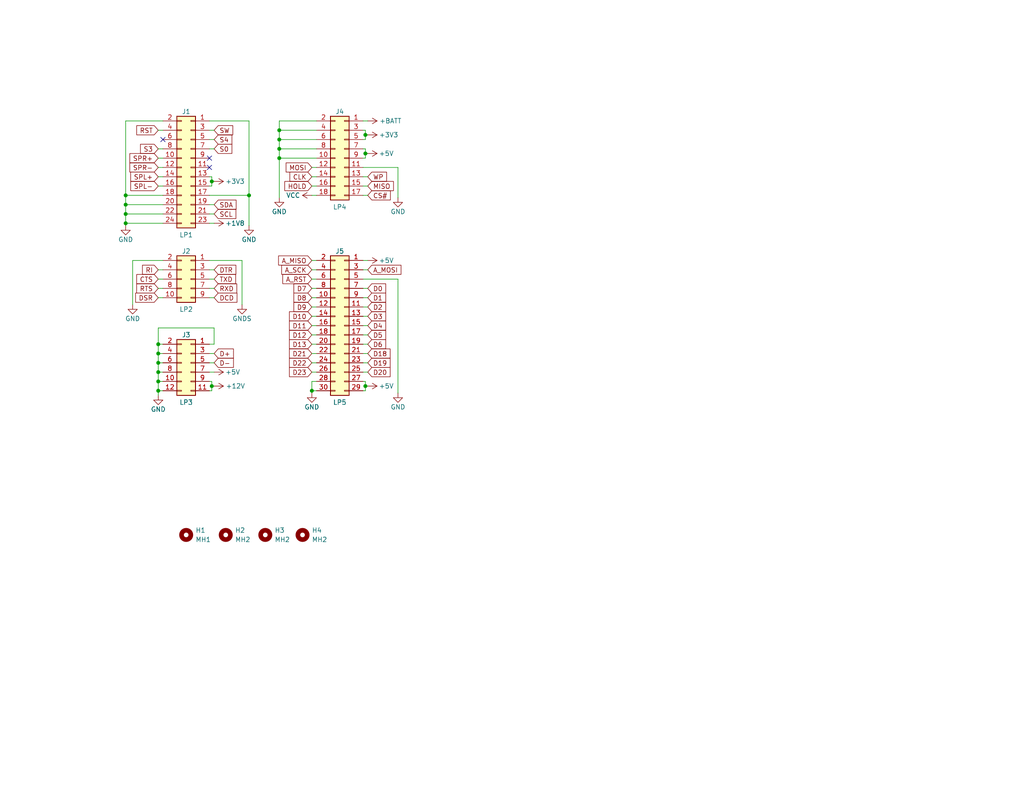
<source format=kicad_sch>
(kicad_sch (version 20211123) (generator eeschema)
  (paper "A")
  (title_block (title "LattePanda Delta Shield Template") (date "2022-08-14") (rev "1A") (company "miekush") (comment 1 "https://creativecommons.org/licenses/by-sa/4.0/") (comment 2 "License: CC BY-SA 4.0") (comment 3 "Author: Mike Kushnerik"))
  (lib_symbols
    (symbol "Connector_Generic:Conn_02x05_Odd_Even" (pin_names (offset 1.016) hide)
      (property "Reference" "J" (at 1.27 7.62 0))
      (property "Value" "Conn_02x05_Odd_Even" (at 1.27 -7.62 0))
      (symbol "Conn_02x05_Odd_Even_1_1"
        (rectangle (start -1.27 -4.953) (end 0 -5.207) (stroke (width 0.1524)))
        (rectangle (start -1.27 -2.413) (end 0 -2.667) (stroke (width 0.1524)))
        (rectangle (start -1.27 0.127) (end 0 -0.127) (stroke (width 0.1524)))
        (rectangle (start -1.27 2.667) (end 0 2.413) (stroke (width 0.1524)))
        (rectangle (start -1.27 5.207) (end 0 4.953) (stroke (width 0.1524)))
        (rectangle (start -1.27 6.35) (end 3.81 -6.35) (stroke (width 0.254)) (fill (type background)))
        (rectangle (start 3.81 -4.953) (end 2.54 -5.207) (stroke (width 0.1524)))
        (rectangle (start 3.81 -2.413) (end 2.54 -2.667) (stroke (width 0.1524)))
        (rectangle (start 3.81 0.127) (end 2.54 -0.127) (stroke (width 0.1524)))
        (rectangle (start 3.81 2.667) (end 2.54 2.413) (stroke (width 0.1524)))
        (rectangle (start 3.81 5.207) (end 2.54 4.953) (stroke (width 0.1524)))
        (pin passive line (at -5.08 5.08 0) (length 3.81) (name "Pin_1") (number "1"))
        (pin passive line (at 7.62 -5.08 180) (length 3.81) (name "Pin_10") (number "10"))
        (pin passive line (at 7.62 5.08 180) (length 3.81) (name "Pin_2") (number "2"))
        (pin passive line (at -5.08 2.54 0) (length 3.81) (name "Pin_3") (number "3"))
        (pin passive line (at 7.62 2.54 180) (length 3.81) (name "Pin_4") (number "4"))
        (pin passive line (at -5.08 0 0) (length 3.81) (name "Pin_5") (number "5"))
        (pin passive line (at 7.62 0 180) (length 3.81) (name "Pin_6") (number "6"))
        (pin passive line (at -5.08 -2.54 0) (length 3.81) (name "Pin_7") (number "7"))
        (pin passive line (at 7.62 -2.54 180) (length 3.81) (name "Pin_8") (number "8"))
        (pin passive line (at -5.08 -5.08 0) (length 3.81) (name "Pin_9") (number "9"))
      )
    )
    (symbol "Connector_Generic:Conn_02x06_Odd_Even" (pin_names (offset 1.016) hide)
      (property "Reference" "J" (at 1.27 7.62 0))
      (property "Value" "Conn_02x06_Odd_Even" (at 1.27 -10.16 0))
      (symbol "Conn_02x06_Odd_Even_1_1"
        (rectangle (start -1.27 -7.493) (end 0 -7.747) (stroke (width 0.1524)))
        (rectangle (start -1.27 -4.953) (end 0 -5.207) (stroke (width 0.1524)))
        (rectangle (start -1.27 -2.413) (end 0 -2.667) (stroke (width 0.1524)))
        (rectangle (start -1.27 0.127) (end 0 -0.127) (stroke (width 0.1524)))
        (rectangle (start -1.27 2.667) (end 0 2.413) (stroke (width 0.1524)))
        (rectangle (start -1.27 5.207) (end 0 4.953) (stroke (width 0.1524)))
        (rectangle (start -1.27 6.35) (end 3.81 -8.89) (stroke (width 0.254)) (fill (type background)))
        (rectangle (start 3.81 -7.493) (end 2.54 -7.747) (stroke (width 0.1524)))
        (rectangle (start 3.81 -4.953) (end 2.54 -5.207) (stroke (width 0.1524)))
        (rectangle (start 3.81 -2.413) (end 2.54 -2.667) (stroke (width 0.1524)))
        (rectangle (start 3.81 0.127) (end 2.54 -0.127) (stroke (width 0.1524)))
        (rectangle (start 3.81 2.667) (end 2.54 2.413) (stroke (width 0.1524)))
        (rectangle (start 3.81 5.207) (end 2.54 4.953) (stroke (width 0.1524)))
        (pin passive line (at -5.08 5.08 0) (length 3.81) (name "Pin_1") (number "1"))
        (pin passive line (at 7.62 -5.08 180) (length 3.81) (name "Pin_10") (number "10"))
        (pin passive line (at -5.08 -7.62 0) (length 3.81) (name "Pin_11") (number "11"))
        (pin passive line (at 7.62 -7.62 180) (length 3.81) (name "Pin_12") (number "12"))
        (pin passive line (at 7.62 5.08 180) (length 3.81) (name "Pin_2") (number "2"))
        (pin passive line (at -5.08 2.54 0) (length 3.81) (name "Pin_3") (number "3"))
        (pin passive line (at 7.62 2.54 180) (length 3.81) (name "Pin_4") (number "4"))
        (pin passive line (at -5.08 0 0) (length 3.81) (name "Pin_5") (number "5"))
        (pin passive line (at 7.62 0 180) (length 3.81) (name "Pin_6") (number "6"))
        (pin passive line (at -5.08 -2.54 0) (length 3.81) (name "Pin_7") (number "7"))
        (pin passive line (at 7.62 -2.54 180) (length 3.81) (name "Pin_8") (number "8"))
        (pin passive line (at -5.08 -5.08 0) (length 3.81) (name "Pin_9") (number "9"))
      )
    )
    (symbol "Connector_Generic:Conn_02x09_Odd_Even" (pin_names (offset 1.016) hide)
      (property "Reference" "J" (at 1.27 12.7 0))
      (property "Value" "Conn_02x09_Odd_Even" (at 1.27 -12.7 0))
      (symbol "Conn_02x09_Odd_Even_1_1"
        (rectangle (start -1.27 -10.033) (end 0 -10.287) (stroke (width 0.1524)))
        (rectangle (start -1.27 -7.493) (end 0 -7.747) (stroke (width 0.1524)))
        (rectangle (start -1.27 -4.953) (end 0 -5.207) (stroke (width 0.1524)))
        (rectangle (start -1.27 -2.413) (end 0 -2.667) (stroke (width 0.1524)))
        (rectangle (start -1.27 0.127) (end 0 -0.127) (stroke (width 0.1524)))
        (rectangle (start -1.27 2.667) (end 0 2.413) (stroke (width 0.1524)))
        (rectangle (start -1.27 5.207) (end 0 4.953) (stroke (width 0.1524)))
        (rectangle (start -1.27 7.747) (end 0 7.493) (stroke (width 0.1524)))
        (rectangle (start -1.27 10.287) (end 0 10.033) (stroke (width 0.1524)))
        (rectangle (start -1.27 11.43) (end 3.81 -11.43) (stroke (width 0.254)) (fill (type background)))
        (rectangle (start 3.81 -10.033) (end 2.54 -10.287) (stroke (width 0.1524)))
        (rectangle (start 3.81 -7.493) (end 2.54 -7.747) (stroke (width 0.1524)))
        (rectangle (start 3.81 -4.953) (end 2.54 -5.207) (stroke (width 0.1524)))
        (rectangle (start 3.81 -2.413) (end 2.54 -2.667) (stroke (width 0.1524)))
        (rectangle (start 3.81 0.127) (end 2.54 -0.127) (stroke (width 0.1524)))
        (rectangle (start 3.81 2.667) (end 2.54 2.413) (stroke (width 0.1524)))
        (rectangle (start 3.81 5.207) (end 2.54 4.953) (stroke (width 0.1524)))
        (rectangle (start 3.81 7.747) (end 2.54 7.493) (stroke (width 0.1524)))
        (rectangle (start 3.81 10.287) (end 2.54 10.033) (stroke (width 0.1524)))
        (pin passive line (at -5.08 10.16 0) (length 3.81) (name "Pin_1") (number "1"))
        (pin passive line (at 7.62 0 180) (length 3.81) (name "Pin_10") (number "10"))
        (pin passive line (at -5.08 -2.54 0) (length 3.81) (name "Pin_11") (number "11"))
        (pin passive line (at 7.62 -2.54 180) (length 3.81) (name "Pin_12") (number "12"))
        (pin passive line (at -5.08 -5.08 0) (length 3.81) (name "Pin_13") (number "13"))
        (pin passive line (at 7.62 -5.08 180) (length 3.81) (name "Pin_14") (number "14"))
        (pin passive line (at -5.08 -7.62 0) (length 3.81) (name "Pin_15") (number "15"))
        (pin passive line (at 7.62 -7.62 180) (length 3.81) (name "Pin_16") (number "16"))
        (pin passive line (at -5.08 -10.16 0) (length 3.81) (name "Pin_17") (number "17"))
        (pin passive line (at 7.62 -10.16 180) (length 3.81) (name "Pin_18") (number "18"))
        (pin passive line (at 7.62 10.16 180) (length 3.81) (name "Pin_2") (number "2"))
        (pin passive line (at -5.08 7.62 0) (length 3.81) (name "Pin_3") (number "3"))
        (pin passive line (at 7.62 7.62 180) (length 3.81) (name "Pin_4") (number "4"))
        (pin passive line (at -5.08 5.08 0) (length 3.81) (name "Pin_5") (number "5"))
        (pin passive line (at 7.62 5.08 180) (length 3.81) (name "Pin_6") (number "6"))
        (pin passive line (at -5.08 2.54 0) (length 3.81) (name "Pin_7") (number "7"))
        (pin passive line (at 7.62 2.54 180) (length 3.81) (name "Pin_8") (number "8"))
        (pin passive line (at -5.08 0 0) (length 3.81) (name "Pin_9") (number "9"))
      )
    )
    (symbol "Connector_Generic:Conn_02x12_Odd_Even" (pin_names (offset 1.016) hide)
      (property "Reference" "J" (at 1.27 15.24 0))
      (property "Value" "Conn_02x12_Odd_Even" (at 1.27 -17.78 0))
      (symbol "Conn_02x12_Odd_Even_1_1"
        (rectangle (start -1.27 -15.113) (end 0 -15.367) (stroke (width 0.1524)))
        (rectangle (start -1.27 -12.573) (end 0 -12.827) (stroke (width 0.1524)))
        (rectangle (start -1.27 -10.033) (end 0 -10.287) (stroke (width 0.1524)))
        (rectangle (start -1.27 -7.493) (end 0 -7.747) (stroke (width 0.1524)))
        (rectangle (start -1.27 -4.953) (end 0 -5.207) (stroke (width 0.1524)))
        (rectangle (start -1.27 -2.413) (end 0 -2.667) (stroke (width 0.1524)))
        (rectangle (start -1.27 0.127) (end 0 -0.127) (stroke (width 0.1524)))
        (rectangle (start -1.27 2.667) (end 0 2.413) (stroke (width 0.1524)))
        (rectangle (start -1.27 5.207) (end 0 4.953) (stroke (width 0.1524)))
        (rectangle (start -1.27 7.747) (end 0 7.493) (stroke (width 0.1524)))
        (rectangle (start -1.27 10.287) (end 0 10.033) (stroke (width 0.1524)))
        (rectangle (start -1.27 12.827) (end 0 12.573) (stroke (width 0.1524)))
        (rectangle (start -1.27 13.97) (end 3.81 -16.51) (stroke (width 0.254)) (fill (type background)))
        (rectangle (start 3.81 -15.113) (end 2.54 -15.367) (stroke (width 0.1524)))
        (rectangle (start 3.81 -12.573) (end 2.54 -12.827) (stroke (width 0.1524)))
        (rectangle (start 3.81 -10.033) (end 2.54 -10.287) (stroke (width 0.1524)))
        (rectangle (start 3.81 -7.493) (end 2.54 -7.747) (stroke (width 0.1524)))
        (rectangle (start 3.81 -4.953) (end 2.54 -5.207) (stroke (width 0.1524)))
        (rectangle (start 3.81 -2.413) (end 2.54 -2.667) (stroke (width 0.1524)))
        (rectangle (start 3.81 0.127) (end 2.54 -0.127) (stroke (width 0.1524)))
        (rectangle (start 3.81 2.667) (end 2.54 2.413) (stroke (width 0.1524)))
        (rectangle (start 3.81 5.207) (end 2.54 4.953) (stroke (width 0.1524)))
        (rectangle (start 3.81 7.747) (end 2.54 7.493) (stroke (width 0.1524)))
        (rectangle (start 3.81 10.287) (end 2.54 10.033) (stroke (width 0.1524)))
        (rectangle (start 3.81 12.827) (end 2.54 12.573) (stroke (width 0.1524)))
        (pin passive line (at -5.08 12.7 0) (length 3.81) (name "Pin_1") (number "1"))
        (pin passive line (at 7.62 2.54 180) (length 3.81) (name "Pin_10") (number "10"))
        (pin passive line (at -5.08 0 0) (length 3.81) (name "Pin_11") (number "11"))
        (pin passive line (at 7.62 0 180) (length 3.81) (name "Pin_12") (number "12"))
        (pin passive line (at -5.08 -2.54 0) (length 3.81) (name "Pin_13") (number "13"))
        (pin passive line (at 7.62 -2.54 180) (length 3.81) (name "Pin_14") (number "14"))
        (pin passive line (at -5.08 -5.08 0) (length 3.81) (name "Pin_15") (number "15"))
        (pin passive line (at 7.62 -5.08 180) (length 3.81) (name "Pin_16") (number "16"))
        (pin passive line (at -5.08 -7.62 0) (length 3.81) (name "Pin_17") (number "17"))
        (pin passive line (at 7.62 -7.62 180) (length 3.81) (name "Pin_18") (number "18"))
        (pin passive line (at -5.08 -10.16 0) (length 3.81) (name "Pin_19") (number "19"))
        (pin passive line (at 7.62 12.7 180) (length 3.81) (name "Pin_2") (number "2"))
        (pin passive line (at 7.62 -10.16 180) (length 3.81) (name "Pin_20") (number "20"))
        (pin passive line (at -5.08 -12.7 0) (length 3.81) (name "Pin_21") (number "21"))
        (pin passive line (at 7.62 -12.7 180) (length 3.81) (name "Pin_22") (number "22"))
        (pin passive line (at -5.08 -15.24 0) (length 3.81) (name "Pin_23") (number "23"))
        (pin passive line (at 7.62 -15.24 180) (length 3.81) (name "Pin_24") (number "24"))
        (pin passive line (at -5.08 10.16 0) (length 3.81) (name "Pin_3") (number "3"))
        (pin passive line (at 7.62 10.16 180) (length 3.81) (name "Pin_4") (number "4"))
        (pin passive line (at -5.08 7.62 0) (length 3.81) (name "Pin_5") (number "5"))
        (pin passive line (at 7.62 7.62 180) (length 3.81) (name "Pin_6") (number "6"))
        (pin passive line (at -5.08 5.08 0) (length 3.81) (name "Pin_7") (number "7"))
        (pin passive line (at 7.62 5.08 180) (length 3.81) (name "Pin_8") (number "8"))
        (pin passive line (at -5.08 2.54 0) (length 3.81) (name "Pin_9") (number "9"))
      )
    )
    (symbol "Connector_Generic:Conn_02x15_Odd_Even" (pin_names (offset 1.016) hide)
      (property "Reference" "J" (at 1.27 20.32 0))
      (property "Value" "Conn_02x15_Odd_Even" (at 1.27 -20.32 0))
      (symbol "Conn_02x15_Odd_Even_1_1"
        (rectangle (start -1.27 -17.653) (end 0 -17.907) (stroke (width 0.1524)))
        (rectangle (start -1.27 -15.113) (end 0 -15.367) (stroke (width 0.1524)))
        (rectangle (start -1.27 -12.573) (end 0 -12.827) (stroke (width 0.1524)))
        (rectangle (start -1.27 -10.033) (end 0 -10.287) (stroke (width 0.1524)))
        (rectangle (start -1.27 -7.493) (end 0 -7.747) (stroke (width 0.1524)))
        (rectangle (start -1.27 -4.953) (end 0 -5.207) (stroke (width 0.1524)))
        (rectangle (start -1.27 -2.413) (end 0 -2.667) (stroke (width 0.1524)))
        (rectangle (start -1.27 0.127) (end 0 -0.127) (stroke (width 0.1524)))
        (rectangle (start -1.27 2.667) (end 0 2.413) (stroke (width 0.1524)))
        (rectangle (start -1.27 5.207) (end 0 4.953) (stroke (width 0.1524)))
        (rectangle (start -1.27 7.747) (end 0 7.493) (stroke (width 0.1524)))
        (rectangle (start -1.27 10.287) (end 0 10.033) (stroke (width 0.1524)))
        (rectangle (start -1.27 12.827) (end 0 12.573) (stroke (width 0.1524)))
        (rectangle (start -1.27 15.367) (end 0 15.113) (stroke (width 0.1524)))
        (rectangle (start -1.27 17.907) (end 0 17.653) (stroke (width 0.1524)))
        (rectangle (start -1.27 19.05) (end 3.81 -19.05) (stroke (width 0.254)) (fill (type background)))
        (rectangle (start 3.81 -17.653) (end 2.54 -17.907) (stroke (width 0.1524)))
        (rectangle (start 3.81 -15.113) (end 2.54 -15.367) (stroke (width 0.1524)))
        (rectangle (start 3.81 -12.573) (end 2.54 -12.827) (stroke (width 0.1524)))
        (rectangle (start 3.81 -10.033) (end 2.54 -10.287) (stroke (width 0.1524)))
        (rectangle (start 3.81 -7.493) (end 2.54 -7.747) (stroke (width 0.1524)))
        (rectangle (start 3.81 -4.953) (end 2.54 -5.207) (stroke (width 0.1524)))
        (rectangle (start 3.81 -2.413) (end 2.54 -2.667) (stroke (width 0.1524)))
        (rectangle (start 3.81 0.127) (end 2.54 -0.127) (stroke (width 0.1524)))
        (rectangle (start 3.81 2.667) (end 2.54 2.413) (stroke (width 0.1524)))
        (rectangle (start 3.81 5.207) (end 2.54 4.953) (stroke (width 0.1524)))
        (rectangle (start 3.81 7.747) (end 2.54 7.493) (stroke (width 0.1524)))
        (rectangle (start 3.81 10.287) (end 2.54 10.033) (stroke (width 0.1524)))
        (rectangle (start 3.81 12.827) (end 2.54 12.573) (stroke (width 0.1524)))
        (rectangle (start 3.81 15.367) (end 2.54 15.113) (stroke (width 0.1524)))
        (rectangle (start 3.81 17.907) (end 2.54 17.653) (stroke (width 0.1524)))
        (pin passive line (at -5.08 17.78 0) (length 3.81) (name "Pin_1") (number "1"))
        (pin passive line (at 7.62 7.62 180) (length 3.81) (name "Pin_10") (number "10"))
        (pin passive line (at -5.08 5.08 0) (length 3.81) (name "Pin_11") (number "11"))
        (pin passive line (at 7.62 5.08 180) (length 3.81) (name "Pin_12") (number "12"))
        (pin passive line (at -5.08 2.54 0) (length 3.81) (name "Pin_13") (number "13"))
        (pin passive line (at 7.62 2.54 180) (length 3.81) (name "Pin_14") (number "14"))
        (pin passive line (at -5.08 0 0) (length 3.81) (name "Pin_15") (number "15"))
        (pin passive line (at 7.62 0 180) (length 3.81) (name "Pin_16") (number "16"))
        (pin passive line (at -5.08 -2.54 0) (length 3.81) (name "Pin_17") (number "17"))
        (pin passive line (at 7.62 -2.54 180) (length 3.81) (name "Pin_18") (number "18"))
        (pin passive line (at -5.08 -5.08 0) (length 3.81) (name "Pin_19") (number "19"))
        (pin passive line (at 7.62 17.78 180) (length 3.81) (name "Pin_2") (number "2"))
        (pin passive line (at 7.62 -5.08 180) (length 3.81) (name "Pin_20") (number "20"))
        (pin passive line (at -5.08 -7.62 0) (length 3.81) (name "Pin_21") (number "21"))
        (pin passive line (at 7.62 -7.62 180) (length 3.81) (name "Pin_22") (number "22"))
        (pin passive line (at -5.08 -10.16 0) (length 3.81) (name "Pin_23") (number "23"))
        (pin passive line (at 7.62 -10.16 180) (length 3.81) (name "Pin_24") (number "24"))
        (pin passive line (at -5.08 -12.7 0) (length 3.81) (name "Pin_25") (number "25"))
        (pin passive line (at 7.62 -12.7 180) (length 3.81) (name "Pin_26") (number "26"))
        (pin passive line (at -5.08 -15.24 0) (length 3.81) (name "Pin_27") (number "27"))
        (pin passive line (at 7.62 -15.24 180) (length 3.81) (name "Pin_28") (number "28"))
        (pin passive line (at -5.08 -17.78 0) (length 3.81) (name "Pin_29") (number "29"))
        (pin passive line (at -5.08 15.24 0) (length 3.81) (name "Pin_3") (number "3"))
        (pin passive line (at 7.62 -17.78 180) (length 3.81) (name "Pin_30") (number "30"))
        (pin passive line (at 7.62 15.24 180) (length 3.81) (name "Pin_4") (number "4"))
        (pin passive line (at -5.08 12.7 0) (length 3.81) (name "Pin_5") (number "5"))
        (pin passive line (at 7.62 12.7 180) (length 3.81) (name "Pin_6") (number "6"))
        (pin passive line (at -5.08 10.16 0) (length 3.81) (name "Pin_7") (number "7"))
        (pin passive line (at 7.62 10.16 180) (length 3.81) (name "Pin_8") (number "8"))
        (pin passive line (at -5.08 7.62 0) (length 3.81) (name "Pin_9") (number "9"))
      )
    )
    (symbol "Mechanical:MountingHole" (pin_names (offset 1.016))
      (property "Reference" "H" (at 0 5.08 0))
      (property "Value" "MountingHole" (at 0 3.175 0))
      (symbol "MountingHole_0_1"
        (circle (center 0 0) (radius 1.27) (stroke (width 1.27)))
      )
    )
    (symbol "power:+12V" (power) (pin_names (offset 0))
      (property "Value" "+12V" (at 0 3.556 0))
      (symbol "+12V_0_1"
        (polyline (pts (xy -0.762 1.27) (xy 0 2.54)))
        (polyline (pts (xy 0 0) (xy 0 2.54)))
        (polyline (pts (xy 0 2.54) (xy 0.762 1.27)))
      )
      (symbol "+12V_1_1"
        (pin power_in line (at 0 0 90) (length 0) hide (name "+12V") (number "1"))
      )
    )
    (symbol "power:+1V8" (power) (pin_names (offset 0))
      (property "Value" "+1V8" (at 0 3.556 0))
      (symbol "+1V8_0_1"
        (polyline (pts (xy -0.762 1.27) (xy 0 2.54)))
        (polyline (pts (xy 0 0) (xy 0 2.54)))
        (polyline (pts (xy 0 2.54) (xy 0.762 1.27)))
      )
      (symbol "+1V8_1_1"
        (pin power_in line (at 0 0 90) (length 0) hide (name "+1V8") (number "1"))
      )
    )
    (symbol "power:+3.3V" (power) (pin_names (offset 0))
      (property "Value" "+3.3V" (at 0 3.556 0))
      (symbol "+3.3V_0_1"
        (polyline (pts (xy -0.762 1.27) (xy 0 2.54)))
        (polyline (pts (xy 0 0) (xy 0 2.54)))
        (polyline (pts (xy 0 2.54) (xy 0.762 1.27)))
      )
      (symbol "+3.3V_1_1"
        (pin power_in line (at 0 0 90) (length 0) hide (name "+3V3") (number "1"))
      )
    )
    (symbol "power:+5V" (power) (pin_names (offset 0))
      (property "Value" "+5V" (at 0 3.556 0))
      (symbol "+5V_0_1"
        (polyline (pts (xy -0.762 1.27) (xy 0 2.54)))
        (polyline (pts (xy 0 0) (xy 0 2.54)))
        (polyline (pts (xy 0 2.54) (xy 0.762 1.27)))
      )
      (symbol "+5V_1_1"
        (pin power_in line (at 0 0 90) (length 0) hide (name "+5V") (number "1"))
      )
    )
    (symbol "power:+BATT" (power) (pin_names (offset 0))
      (property "Value" "+BATT" (at 0 3.556 0))
      (symbol "+BATT_0_1"
        (polyline (pts (xy -0.762 1.27) (xy 0 2.54)))
        (polyline (pts (xy 0 0) (xy 0 2.54)))
        (polyline (pts (xy 0 2.54) (xy 0.762 1.27)))
      )
      (symbol "+BATT_1_1"
        (pin power_in line (at 0 0 90) (length 0) hide (name "+BATT") (number "1"))
      )
    )
    (symbol "power:GND" (power) (pin_names (offset 0))
      (property "Value" "GND" (at 0 -3.81 0))
      (symbol "GND_0_1"
        (polyline (pts (xy 0 0) (xy 0 -1.27) (xy 1.27 -1.27) (xy 0 -2.54) (xy -1.27 -1.27) (xy 0 -1.27)))
      )
      (symbol "GND_1_1"
        (pin power_in line (at 0 0 270) (length 0) hide (name "GND") (number "1"))
      )
    )
    (symbol "power:GNDS" (power) (pin_names (offset 0))
      (property "Value" "GNDS" (at 0 -3.81 0))
      (symbol "GNDS_0_1"
        (polyline (pts (xy 0 0) (xy 0 -1.27) (xy 1.27 -1.27) (xy 0 -2.54) (xy -1.27 -1.27) (xy 0 -1.27)))
      )
      (symbol "GNDS_1_1"
        (pin power_in line (at 0 0 270) (length 0) hide (name "GNDS") (number "1"))
      )
    )
    (symbol "power:VCC" (power) (pin_names (offset 0))
      (property "Value" "VCC" (at 0 3.81 0))
      (symbol "VCC_0_1"
        (polyline (pts (xy -0.762 1.27) (xy 0 2.54)))
        (polyline (pts (xy 0 0) (xy 0 2.54)))
        (polyline (pts (xy 0 2.54) (xy 0.762 1.27)))
      )
      (symbol "VCC_1_1"
        (pin power_in line (at 0 0 90) (length 0) hide (name "VCC") (number "1"))
      )
    )
  )
  (junction (at 34.29 58.42))
  (junction (at 43.18 93.98))
  (junction (at 99.695 36.83))
  (junction (at 34.29 55.88))
  (junction (at 99.695 41.91))
  (junction (at 85.09 106.68))
  (junction (at 43.18 99.06))
  (junction (at 76.2 35.56))
  (junction (at 34.29 60.96))
  (junction (at 43.18 96.52))
  (junction (at 34.29 53.34))
  (junction (at 57.785 105.41))
  (junction (at 67.945 53.34))
  (junction (at 43.18 106.68))
  (junction (at 43.18 104.14))
  (junction (at 99.695 105.41))
  (junction (at 76.2 43.18))
  (junction (at 43.18 101.6))
  (junction (at 57.785 49.53))
  (junction (at 76.2 38.1))
  (junction (at 76.2 40.64))
  (no_connect (at 57.15 43.18))
  (no_connect (at 57.15 45.72))
  (no_connect (at 44.45 38.1))
  (wire (pts (xy 85.09 71.12) (xy 86.36 71.12)))
  (wire (pts (xy 99.06 76.2) (xy 108.585 76.2)))
  (wire (pts (xy 57.15 78.74) (xy 58.42 78.74)))
  (wire (pts (xy 57.15 99.06) (xy 58.42 99.06)))
  (wire (pts (xy 43.18 40.64) (xy 44.45 40.64)))
  (wire (pts (xy 99.06 96.52) (xy 100.33 96.52)))
  (wire (pts (xy 108.585 45.72) (xy 99.06 45.72)))
  (wire (pts (xy 85.09 96.52) (xy 86.36 96.52)))
  (wire (pts (xy 76.2 43.18) (xy 86.36 43.18)))
  (wire (pts (xy 99.06 104.14) (xy 99.695 104.14)))
  (wire (pts (xy 76.2 40.64) (xy 76.2 38.1)))
  (wire (pts (xy 99.06 40.64) (xy 99.695 40.64)))
  (wire (pts (xy 85.09 48.26) (xy 86.36 48.26)))
  (wire (pts (xy 99.06 71.12) (xy 100.33 71.12)))
  (wire (pts (xy 43.18 96.52) (xy 44.45 96.52)))
  (wire (pts (xy 43.18 76.2) (xy 44.45 76.2)))
  (wire (pts (xy 57.785 104.14) (xy 57.785 105.41)))
  (wire (pts (xy 99.695 41.91) (xy 100.33 41.91)))
  (wire (pts (xy 34.29 61.595) (xy 34.29 60.96)))
  (wire (pts (xy 67.945 53.34) (xy 67.945 61.595)))
  (wire (pts (xy 76.2 53.975) (xy 76.2 43.18)))
  (wire (pts (xy 43.18 99.06) (xy 43.18 101.6)))
  (wire (pts (xy 43.18 50.8) (xy 44.45 50.8)))
  (wire (pts (xy 57.15 106.68) (xy 57.785 106.68)))
  (wire (pts (xy 99.695 105.41) (xy 100.33 105.41)))
  (wire (pts (xy 85.09 106.68) (xy 86.36 106.68)))
  (wire (pts (xy 99.06 93.98) (xy 100.33 93.98)))
  (wire (pts (xy 57.15 93.98) (xy 58.42 93.98)))
  (wire (pts (xy 57.15 104.14) (xy 57.785 104.14)))
  (wire (pts (xy 34.29 55.88) (xy 34.29 53.34)))
  (wire (pts (xy 85.09 107.315) (xy 85.09 106.68)))
  (wire (pts (xy 43.18 104.14) (xy 44.45 104.14)))
  (wire (pts (xy 43.18 99.06) (xy 44.45 99.06)))
  (wire (pts (xy 57.15 53.34) (xy 67.945 53.34)))
  (wire (pts (xy 85.09 104.14) (xy 86.36 104.14)))
  (wire (pts (xy 43.18 35.56) (xy 44.45 35.56)))
  (wire (pts (xy 43.18 45.72) (xy 44.45 45.72)))
  (wire (pts (xy 99.06 73.66) (xy 100.33 73.66)))
  (wire (pts (xy 67.945 33.02) (xy 67.945 53.34)))
  (wire (pts (xy 43.18 106.68) (xy 44.45 106.68)))
  (wire (pts (xy 57.15 55.88) (xy 58.42 55.88)))
  (wire (pts (xy 43.18 81.28) (xy 44.45 81.28)))
  (wire (pts (xy 34.29 53.34) (xy 44.45 53.34)))
  (wire (pts (xy 99.06 91.44) (xy 100.33 91.44)))
  (wire (pts (xy 57.785 48.26) (xy 57.15 48.26)))
  (wire (pts (xy 57.15 76.2) (xy 58.42 76.2)))
  (wire (pts (xy 43.18 93.98) (xy 43.18 96.52)))
  (wire (pts (xy 76.2 35.56) (xy 86.36 35.56)))
  (wire (pts (xy 99.695 43.18) (xy 99.695 41.91)))
  (wire (pts (xy 85.09 81.28) (xy 86.36 81.28)))
  (wire (pts (xy 99.06 33.02) (xy 100.33 33.02)))
  (wire (pts (xy 99.06 38.1) (xy 99.695 38.1)))
  (wire (pts (xy 99.695 104.14) (xy 99.695 105.41)))
  (wire (pts (xy 76.2 40.64) (xy 86.36 40.64)))
  (wire (pts (xy 85.09 99.06) (xy 86.36 99.06)))
  (wire (pts (xy 99.06 48.26) (xy 100.33 48.26)))
  (wire (pts (xy 99.695 106.68) (xy 99.695 105.41)))
  (wire (pts (xy 57.15 38.1) (xy 58.42 38.1)))
  (wire (pts (xy 43.18 43.18) (xy 44.45 43.18)))
  (wire (pts (xy 108.585 53.975) (xy 108.585 45.72)))
  (wire (pts (xy 99.06 53.34) (xy 100.33 53.34)))
  (wire (pts (xy 99.06 50.8) (xy 100.33 50.8)))
  (wire (pts (xy 76.2 43.18) (xy 76.2 40.64)))
  (wire (pts (xy 57.785 48.26) (xy 57.785 49.53)))
  (wire (pts (xy 85.09 106.68) (xy 85.09 104.14)))
  (wire (pts (xy 43.18 48.26) (xy 44.45 48.26)))
  (wire (pts (xy 57.15 101.6) (xy 58.42 101.6)))
  (wire (pts (xy 99.06 106.68) (xy 99.695 106.68)))
  (wire (pts (xy 34.29 58.42) (xy 44.45 58.42)))
  (wire (pts (xy 57.785 49.53) (xy 58.42 49.53)))
  (wire (pts (xy 76.2 38.1) (xy 76.2 35.56)))
  (wire (pts (xy 108.585 76.2) (xy 108.585 107.315)))
  (wire (pts (xy 57.15 71.12) (xy 66.04 71.12)))
  (wire (pts (xy 99.06 99.06) (xy 100.33 99.06)))
  (wire (pts (xy 85.09 91.44) (xy 86.36 91.44)))
  (wire (pts (xy 57.785 49.53) (xy 57.785 50.8)))
  (wire (pts (xy 85.09 45.72) (xy 86.36 45.72)))
  (wire (pts (xy 58.42 89.535) (xy 43.18 89.535)))
  (wire (pts (xy 43.18 101.6) (xy 43.18 104.14)))
  (wire (pts (xy 76.2 38.1) (xy 86.36 38.1)))
  (wire (pts (xy 99.695 40.64) (xy 99.695 41.91)))
  (wire (pts (xy 76.2 33.02) (xy 86.36 33.02)))
  (wire (pts (xy 57.15 73.66) (xy 58.42 73.66)))
  (wire (pts (xy 99.06 43.18) (xy 99.695 43.18)))
  (wire (pts (xy 43.18 104.14) (xy 43.18 106.68)))
  (wire (pts (xy 85.09 50.8) (xy 86.36 50.8)))
  (wire (pts (xy 99.695 35.56) (xy 99.695 36.83)))
  (wire (pts (xy 34.29 55.88) (xy 44.45 55.88)))
  (wire (pts (xy 99.06 35.56) (xy 99.695 35.56)))
  (wire (pts (xy 85.09 88.9) (xy 86.36 88.9)))
  (wire (pts (xy 34.29 33.02) (xy 44.45 33.02)))
  (wire (pts (xy 57.15 50.8) (xy 57.785 50.8)))
  (wire (pts (xy 57.785 106.68) (xy 57.785 105.41)))
  (wire (pts (xy 44.45 93.98) (xy 43.18 93.98)))
  (wire (pts (xy 85.09 76.2) (xy 86.36 76.2)))
  (wire (pts (xy 85.09 83.82) (xy 86.36 83.82)))
  (wire (pts (xy 34.29 53.34) (xy 34.29 33.02)))
  (wire (pts (xy 36.195 83.185) (xy 36.195 71.12)))
  (wire (pts (xy 85.09 93.98) (xy 86.36 93.98)))
  (wire (pts (xy 43.18 89.535) (xy 43.18 93.98)))
  (wire (pts (xy 43.18 73.66) (xy 44.45 73.66)))
  (wire (pts (xy 99.695 36.83) (xy 100.33 36.83)))
  (wire (pts (xy 85.09 78.74) (xy 86.36 78.74)))
  (wire (pts (xy 57.15 58.42) (xy 58.42 58.42)))
  (wire (pts (xy 85.09 73.66) (xy 86.36 73.66)))
  (wire (pts (xy 43.18 107.95) (xy 43.18 106.68)))
  (wire (pts (xy 34.29 60.96) (xy 44.45 60.96)))
  (wire (pts (xy 57.785 105.41) (xy 58.42 105.41)))
  (wire (pts (xy 57.15 33.02) (xy 67.945 33.02)))
  (wire (pts (xy 99.06 88.9) (xy 100.33 88.9)))
  (wire (pts (xy 66.04 71.12) (xy 66.04 83.185)))
  (wire (pts (xy 85.09 53.34) (xy 86.36 53.34)))
  (wire (pts (xy 34.29 60.96) (xy 34.29 58.42)))
  (wire (pts (xy 99.06 86.36) (xy 100.33 86.36)))
  (wire (pts (xy 99.06 101.6) (xy 100.33 101.6)))
  (wire (pts (xy 57.15 35.56) (xy 58.42 35.56)))
  (wire (pts (xy 57.15 60.96) (xy 58.42 60.96)))
  (wire (pts (xy 57.15 96.52) (xy 58.42 96.52)))
  (wire (pts (xy 58.42 93.98) (xy 58.42 89.535)))
  (wire (pts (xy 43.18 78.74) (xy 44.45 78.74)))
  (wire (pts (xy 76.2 33.02) (xy 76.2 35.56)))
  (wire (pts (xy 99.06 81.28) (xy 100.33 81.28)))
  (wire (pts (xy 99.06 78.74) (xy 100.33 78.74)))
  (wire (pts (xy 57.15 40.64) (xy 58.42 40.64)))
  (wire (pts (xy 57.15 81.28) (xy 58.42 81.28)))
  (wire (pts (xy 85.09 86.36) (xy 86.36 86.36)))
  (wire (pts (xy 99.06 83.82) (xy 100.33 83.82)))
  (wire (pts (xy 34.29 58.42) (xy 34.29 55.88)))
  (wire (pts (xy 99.695 38.1) (xy 99.695 36.83)))
  (wire (pts (xy 43.18 101.6) (xy 44.45 101.6)))
  (wire (pts (xy 43.18 96.52) (xy 43.18 99.06)))
  (wire (pts (xy 85.09 101.6) (xy 86.36 101.6)))
  (wire (pts (xy 36.195 71.12) (xy 44.45 71.12)))
  (global_label "A_SCK" (shape input) (at 85.09 73.66 180) (property "Intersheet References" "${INTERSHEET_REFS}" (effects hide)))
  (global_label "D5" (shape input) (at 100.33 91.44 0) (property "Intersheet References" "${INTERSHEET_REFS}" (effects hide)))
  (global_label "CLK" (shape input) (at 85.09 48.26 180) (property "Intersheet References" "${INTERSHEET_REFS}" (effects hide)))
  (global_label "CTS" (shape input) (at 43.18 76.2 180) (property "Intersheet References" "${INTERSHEET_REFS}" (effects hide)))
  (global_label "SPR+" (shape input) (at 43.18 43.18 180) (property "Intersheet References" "${INTERSHEET_REFS}" (effects hide)))
  (global_label "D23" (shape input) (at 85.09 101.6 180) (property "Intersheet References" "${INTERSHEET_REFS}" (effects hide)))
  (global_label "A_RST" (shape input) (at 85.09 76.2 180) (property "Intersheet References" "${INTERSHEET_REFS}" (effects hide)))
  (global_label "D6" (shape input) (at 100.33 93.98 0) (property "Intersheet References" "${INTERSHEET_REFS}" (effects hide)))
  (global_label "D10" (shape input) (at 85.09 86.36 180) (property "Intersheet References" "${INTERSHEET_REFS}" (effects hide)))
  (global_label "D3" (shape input) (at 100.33 86.36 0) (property "Intersheet References" "${INTERSHEET_REFS}" (effects hide)))
  (global_label "TXD" (shape input) (at 58.42 76.2 0) (property "Intersheet References" "${INTERSHEET_REFS}" (effects hide)))
  (global_label "D8" (shape input) (at 85.09 81.28 180) (property "Intersheet References" "${INTERSHEET_REFS}" (effects hide)))
  (global_label "D-" (shape input) (at 58.42 99.06 0) (property "Intersheet References" "${INTERSHEET_REFS}" (effects hide)))
  (global_label "D22" (shape input) (at 85.09 99.06 180) (property "Intersheet References" "${INTERSHEET_REFS}" (effects hide)))
  (global_label "MOSI" (shape input) (at 85.09 45.72 180) (property "Intersheet References" "${INTERSHEET_REFS}" (effects hide)))
  (global_label "D20" (shape input) (at 100.33 101.6 0) (property "Intersheet References" "${INTERSHEET_REFS}" (effects hide)))
  (global_label "D21" (shape input) (at 85.09 96.52 180) (property "Intersheet References" "${INTERSHEET_REFS}" (effects hide)))
  (global_label "RI" (shape input) (at 43.18 73.66 180) (property "Intersheet References" "${INTERSHEET_REFS}" (effects hide)))
  (global_label "SDA" (shape input) (at 58.42 55.88 0) (property "Intersheet References" "${INTERSHEET_REFS}" (effects hide)))
  (global_label "HOLD" (shape input) (at 85.09 50.8 180) (property "Intersheet References" "${INTERSHEET_REFS}" (effects hide)))
  (global_label "RST" (shape input) (at 43.18 35.56 180) (property "Intersheet References" "${INTERSHEET_REFS}" (effects hide)))
  (global_label "A_MOSI" (shape input) (at 100.33 73.66 0) (property "Intersheet References" "${INTERSHEET_REFS}" (effects hide)))
  (global_label "DCD" (shape input) (at 58.42 81.28 0) (property "Intersheet References" "${INTERSHEET_REFS}" (effects hide)))
  (global_label "D18" (shape input) (at 100.33 96.52 0) (property "Intersheet References" "${INTERSHEET_REFS}" (effects hide)))
  (global_label "DSR" (shape input) (at 43.18 81.28 180) (property "Intersheet References" "${INTERSHEET_REFS}" (effects hide)))
  (global_label "SPL+" (shape input) (at 43.18 48.26 180) (property "Intersheet References" "${INTERSHEET_REFS}" (effects hide)))
  (global_label "D7" (shape input) (at 85.09 78.74 180) (property "Intersheet References" "${INTERSHEET_REFS}" (effects hide)))
  (global_label "D4" (shape input) (at 100.33 88.9 0) (property "Intersheet References" "${INTERSHEET_REFS}" (effects hide)))
  (global_label "S4" (shape input) (at 58.42 38.1 0) (property "Intersheet References" "${INTERSHEET_REFS}" (effects hide)))
  (global_label "D+" (shape input) (at 58.42 96.52 0) (property "Intersheet References" "${INTERSHEET_REFS}" (effects hide)))
  (global_label "RTS" (shape input) (at 43.18 78.74 180) (property "Intersheet References" "${INTERSHEET_REFS}" (effects hide)))
  (global_label "D12" (shape input) (at 85.09 91.44 180) (property "Intersheet References" "${INTERSHEET_REFS}" (effects hide)))
  (global_label "A_MISO" (shape input) (at 85.09 71.12 180) (property "Intersheet References" "${INTERSHEET_REFS}" (effects hide)))
  (global_label "D2" (shape input) (at 100.33 83.82 0) (property "Intersheet References" "${INTERSHEET_REFS}" (effects hide)))
  (global_label "RXD" (shape input) (at 58.42 78.74 0) (property "Intersheet References" "${INTERSHEET_REFS}" (effects hide)))
  (global_label "D13" (shape input) (at 85.09 93.98 180) (property "Intersheet References" "${INTERSHEET_REFS}" (effects hide)))
  (global_label "MISO" (shape input) (at 100.33 50.8 0) (property "Intersheet References" "${INTERSHEET_REFS}" (effects hide)))
  (global_label "SW" (shape input) (at 58.42 35.56 0) (property "Intersheet References" "${INTERSHEET_REFS}" (effects hide)))
  (global_label "D1" (shape input) (at 100.33 81.28 0) (property "Intersheet References" "${INTERSHEET_REFS}" (effects hide)))
  (global_label "SPL-" (shape input) (at 43.18 50.8 180) (property "Intersheet References" "${INTERSHEET_REFS}" (effects hide)))
  (global_label "WP" (shape input) (at 100.33 48.26 0) (property "Intersheet References" "${INTERSHEET_REFS}" (effects hide)))
  (global_label "D11" (shape input) (at 85.09 88.9 180) (property "Intersheet References" "${INTERSHEET_REFS}" (effects hide)))
  (global_label "DTR" (shape input) (at 58.42 73.66 0) (property "Intersheet References" "${INTERSHEET_REFS}" (effects hide)))
  (global_label "D9" (shape input) (at 85.09 83.82 180) (property "Intersheet References" "${INTERSHEET_REFS}" (effects hide)))
  (global_label "D0" (shape input) (at 100.33 78.74 0) (property "Intersheet References" "${INTERSHEET_REFS}" (effects hide)))
  (global_label "S0" (shape input) (at 58.42 40.64 0) (property "Intersheet References" "${INTERSHEET_REFS}" (effects hide)))
  (global_label "SPR-" (shape input) (at 43.18 45.72 180) (property "Intersheet References" "${INTERSHEET_REFS}" (effects hide)))
  (global_label "SCL" (shape input) (at 58.42 58.42 0) (property "Intersheet References" "${INTERSHEET_REFS}" (effects hide)))
  (global_label "CS#" (shape input) (at 100.33 53.34 0) (property "Intersheet References" "${INTERSHEET_REFS}" (effects hide)))
  (global_label "D19" (shape input) (at 100.33 99.06 0) (property "Intersheet References" "${INTERSHEET_REFS}" (effects hide)))
  (global_label "S3" (shape input) (at 43.18 40.64 180) (property "Intersheet References" "${INTERSHEET_REFS}" (effects hide)))
  (symbol (lib_id "power:GND") (at 34.29 61.595 0) (unit 1)
    (property "Reference" "#PWR01" (effects hide))
    (property "Value" "GND" (at 34.29 65.405 0))
  )
  (symbol (lib_id "power:+5V") (at 100.33 105.41 270) (unit 1)
    (property "Reference" "#PWR017" (effects hide))
    (property "Value" "+5V" (at 105.41 105.41 90))
  )
  (symbol (lib_id "Connector_Generic:Conn_02x09_Odd_Even") (at 93.98 43.18 0) (mirror y) (unit 1)
    (property "Reference" "J4" (at 92.71 30.48 0))
    (property "Value" "LP4" (at 92.71 56.515 0))
    (property "Footprint" "Connector_PinHeader_2.54mm:PinHeader_2x09_P2.54mm_Vertical" (effects hide))
  )
  (symbol (lib_id "power:GND") (at 108.585 107.315 0) (unit 1)
    (property "Reference" "#PWR019" (effects hide))
    (property "Value" "GND" (at 108.585 111.125 0))
  )
  (symbol (lib_id "power:+5V") (at 58.42 101.6 270) (unit 1)
    (property "Reference" "#PWR06" (effects hide))
    (property "Value" "+5V" (at 63.5 101.6 90))
  )
  (symbol (lib_id "power:+3.3V") (at 58.42 49.53 270) (unit 1)
    (property "Reference" "#PWR04" (effects hide))
    (property "Value" "+3.3V" (at 64.135 49.53 90))
  )
  (symbol (lib_id "Mechanical:MountingHole") (at 61.595 146.05 0) (unit 1)
    (property "Reference" "H2" (at 64.135 144.7799 0) (effects (justify left)))
    (property "Value" "MH2" (at 64.135 147.3199 0) (effects (justify left)))
    (property "Footprint" "MountingHole:MountingHole_3.5mm" (effects hide))
  )
  (symbol (lib_id "Connector_Generic:Conn_02x15_Odd_Even") (at 93.98 88.9 0) (mirror y) (unit 1)
    (property "Reference" "J5" (at 92.71 68.58 0))
    (property "Value" "LP5" (at 92.71 109.855 0))
    (property "Footprint" "Connector_PinHeader_2.54mm:PinHeader_2x15_P2.54mm_Vertical" (effects hide))
  )
  (symbol (lib_id "power:GND") (at 36.195 83.185 0) (unit 1)
    (property "Reference" "#PWR02" (effects hide))
    (property "Value" "GND" (at 36.195 86.995 0))
  )
  (symbol (lib_id "power:VCC") (at 85.09 53.34 90) (unit 1)
    (property "Reference" "#PWR011" (effects hide))
    (property "Value" "VCC" (at 81.915 53.3399 90) (effects (justify left)))
  )
  (symbol (lib_id "Connector_Generic:Conn_02x12_Odd_Even") (at 52.07 45.72 0) (mirror y) (unit 1)
    (property "Reference" "J1" (at 50.8 30.48 0))
    (property "Value" "LP1" (at 50.8 64.135 0))
    (property "Footprint" "Connector_PinHeader_2.54mm:PinHeader_2x12_P2.54mm_Vertical" (effects hide))
  )
  (symbol (lib_id "power:GND") (at 43.18 107.95 0) (unit 1)
    (property "Reference" "#PWR03" (effects hide))
    (property "Value" "GND" (at 43.18 111.76 0))
  )
  (symbol (lib_id "power:+5V") (at 100.33 41.91 270) (unit 1)
    (property "Reference" "#PWR015" (effects hide))
    (property "Value" "+5V" (at 105.41 41.91 90))
  )
  (symbol (lib_id "Connector_Generic:Conn_02x06_Odd_Even") (at 52.07 99.06 0) (mirror y) (unit 1)
    (property "Reference" "J3" (at 50.8 91.44 0))
    (property "Value" "LP3" (at 50.8 109.855 0))
    (property "Footprint" "Connector_PinHeader_2.54mm:PinHeader_2x06_P2.54mm_Vertical" (effects hide))
  )
  (symbol (lib_id "Mechanical:MountingHole") (at 50.8 146.05 0) (unit 1)
    (property "Reference" "H1" (at 53.34 144.7799 0) (effects (justify left)))
    (property "Value" "MH1" (at 53.34 147.3199 0) (effects (justify left)))
    (property "Footprint" "MountingHole:MountingHole_3.5mm" (effects hide))
  )
  (symbol (lib_id "power:GND") (at 108.585 53.975 0) (unit 1)
    (property "Reference" "#PWR018" (effects hide))
    (property "Value" "GND" (at 108.585 57.785 0))
  )
  (symbol (lib_id "power:GNDS") (at 66.04 83.185 0) (unit 1)
    (property "Reference" "#PWR08" (effects hide))
    (property "Value" "GNDS" (at 66.04 86.995 0))
  )
  (symbol (lib_id "power:GND") (at 76.2 53.975 0) (unit 1)
    (property "Reference" "#PWR010" (effects hide))
    (property "Value" "GND" (at 76.2 57.785 0))
  )
  (symbol (lib_id "Mechanical:MountingHole") (at 82.55 146.05 0) (unit 1)
    (property "Reference" "H4" (at 85.09 144.7799 0) (effects (justify left)))
    (property "Value" "MH2" (at 85.09 147.3199 0) (effects (justify left)))
    (property "Footprint" "MountingHole:MountingHole_3.5mm" (effects hide))
  )
  (symbol (lib_id "power:GND") (at 85.09 107.315 0) (unit 1)
    (property "Reference" "#PWR012" (effects hide))
    (property "Value" "GND" (at 85.09 111.125 0))
  )
  (symbol (lib_id "power:+5V") (at 100.33 71.12 270) (unit 1)
    (property "Reference" "#PWR016" (effects hide))
    (property "Value" "+5V" (at 105.41 71.12 90))
  )
  (symbol (lib_id "Mechanical:MountingHole") (at 72.39 146.05 0) (unit 1)
    (property "Reference" "H3" (at 74.93 144.7799 0) (effects (justify left)))
    (property "Value" "MH2" (at 74.93 147.3199 0) (effects (justify left)))
    (property "Footprint" "MountingHole:MountingHole_3.5mm" (effects hide))
  )
  (symbol (lib_id "power:GND") (at 67.945 61.595 0) (unit 1)
    (property "Reference" "#PWR09" (effects hide))
    (property "Value" "GND" (at 67.945 65.405 0))
  )
  (symbol (lib_id "power:+12V") (at 58.42 105.41 270) (unit 1)
    (property "Reference" "#PWR07" (effects hide))
    (property "Value" "+12V" (at 61.595 105.41 90) (effects (justify left)))
  )
  (symbol (lib_id "power:+1V8") (at 58.42 60.96 270) (unit 1)
    (property "Reference" "#PWR05" (effects hide))
    (property "Value" "+1V8" (at 64.135 60.96 90))
  )
  (symbol (lib_id "Connector_Generic:Conn_02x05_Odd_Even") (at 52.07 76.2 0) (mirror y) (unit 1)
    (property "Reference" "J2" (at 50.8 68.58 0))
    (property "Value" "LP2" (at 50.8 84.455 0))
    (property "Footprint" "Connector_PinHeader_2.54mm:PinHeader_2x05_P2.54mm_Vertical" (effects hide))
  )
  (symbol (lib_id "power:+3.3V") (at 100.33 36.83 270) (unit 1)
    (property "Reference" "#PWR014" (effects hide))
    (property "Value" "+3.3V" (at 106.045 36.83 90))
  )
  (symbol (lib_id "power:+BATT") (at 100.33 33.02 270) (unit 1)
    (property "Reference" "#PWR013" (effects hide))
    (property "Value" "+BATT" (at 103.505 33.02 90) (effects (justify left)))
  )
)
</source>
